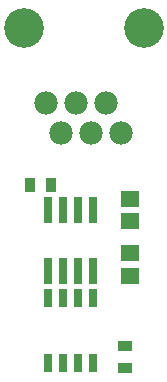
<source format=gts>
G75*
G70*
%OFA0B0*%
%FSLAX24Y24*%
%IPPOS*%
%LPD*%
%AMOC8*
5,1,8,0,0,1.08239X$1,22.5*
%
%ADD10R,0.0355X0.0512*%
%ADD11R,0.0512X0.0355*%
%ADD12R,0.0276X0.0906*%
%ADD13R,0.0296X0.0631*%
%ADD14R,0.0631X0.0552*%
%ADD15C,0.0780*%
%ADD16C,0.1320*%
D10*
X001357Y007841D03*
X002066Y007841D03*
D11*
X004542Y002471D03*
X004542Y001763D03*
D12*
X003467Y004975D03*
X002967Y004975D03*
X002467Y004975D03*
X001967Y004975D03*
X001967Y007023D03*
X002467Y007023D03*
X002967Y007023D03*
X003467Y007023D03*
D13*
X001967Y001920D03*
X002467Y001920D03*
X002967Y001920D03*
X003467Y001920D03*
X003467Y004078D03*
X002967Y004078D03*
X002467Y004078D03*
X001967Y004078D03*
D14*
X004686Y004830D03*
X004686Y005578D03*
X004690Y006641D03*
X004690Y007389D03*
D15*
X004402Y009566D03*
X003902Y010566D03*
X003402Y009566D03*
X002902Y010566D03*
X002402Y009566D03*
X001902Y010566D03*
D16*
X001152Y013066D03*
X005152Y013066D03*
M02*

</source>
